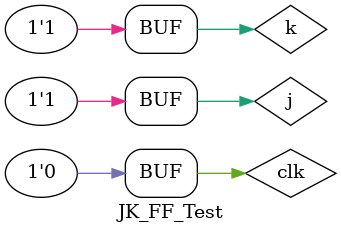
<source format=v>
`timescale 1ns / 1ps


module JK_FF_Test;

	// Inputs
	reg j;
	reg k;
	reg clk;

	// Outputs
	wire q;
	wire qb;

	// Instantiate the Unit Under Test (UUT)
	JK_FF uut (
		.j(j), 
		.k(k), 
		.clk(clk), 
		.q(q), 
		.qb(qb)
	);

	initial begin
		// Initialize Inputs
		clk=1;
		#100;
		j = 0;
		k = 0;

		// Wait 100 ns for global reset to finish
		#100;
		clk = 0;
      #100;  
		j = 1;
		k = 0;
		clk=1;

		// Wait 100 ns for global reset to finish
		#100;
		clk = 0;
      #100; 
		
		j = 1;
		k = 1;

		// Wait 100 ns for global reset to finish
		#100;
		clk = 1;
      #100; 
		j = 0;
		k = 1;

		// Wait 100 ns for global reset to finish
		#100;
		clk = 0;
      #100; 
		j = 1;
		k = 1;
		clk=1;
       
		// Wait 100 ns for global reset to finish
		#100;
		clk = 0;
      #100; 
		// Add stimulus here

	end
      
endmodule


</source>
